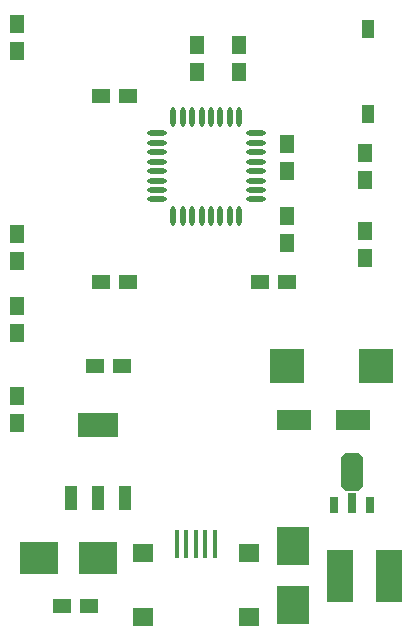
<source format=gtp>
%FSLAX25Y25*%
%MOIN*%
G70*
G01*
G75*
G04 Layer_Color=8421504*
%ADD10R,0.05000X0.06000*%
%ADD11R,0.06000X0.05000*%
%ADD12R,0.04331X0.08465*%
%ADD13R,0.04331X0.08465*%
%ADD14R,0.13780X0.08465*%
%ADD15R,0.08661X0.17716*%
%ADD16R,0.07087X0.06299*%
%ADD17R,0.01575X0.09449*%
%ADD18R,0.03937X0.05906*%
%ADD19R,0.12598X0.11024*%
%ADD20R,0.02756X0.05315*%
%ADD21R,0.02756X0.07087*%
G04:AMPARAMS|DCode=22|XSize=74.8mil|YSize=129.92mil|CornerRadius=0mil|HoleSize=0mil|Usage=FLASHONLY|Rotation=0.000|XOffset=0mil|YOffset=0mil|HoleType=Round|Shape=Octagon|*
%AMOCTAGOND22*
4,1,8,-0.01870,0.06496,0.01870,0.06496,0.03740,0.04626,0.03740,-0.04626,0.01870,-0.06496,-0.01870,-0.06496,-0.03740,-0.04626,-0.03740,0.04626,-0.01870,0.06496,0.0*
%
%ADD22OCTAGOND22*%

%ADD23R,0.11024X0.12598*%
%ADD24R,0.11811X0.11811*%
%ADD25R,0.11811X0.07087*%
%ADD26O,0.01772X0.06496*%
%ADD27O,0.06496X0.01772*%
%ADD28C,0.01969*%
%ADD29C,0.01181*%
%ADD30C,0.01772*%
%ADD31C,0.06000*%
%ADD32R,0.06000X0.06000*%
%ADD33R,0.06000X0.06000*%
%ADD34R,0.05906X0.05906*%
%ADD35C,0.05000*%
%ADD36R,0.05000X0.05000*%
%ADD37C,0.04724*%
%ADD38C,0.03543*%
%ADD39C,0.00984*%
%ADD40C,0.01000*%
%ADD41C,0.02362*%
%ADD42C,0.01200*%
%ADD43C,0.01378*%
%ADD44C,0.00787*%
%ADD45C,0.00394*%
%ADD46C,0.00606*%
%ADD47C,0.00591*%
D10*
X8000Y206000D02*
D03*
Y197000D02*
D03*
X124000Y128000D02*
D03*
Y137000D02*
D03*
X98000Y142000D02*
D03*
Y133000D02*
D03*
X82000Y190000D02*
D03*
Y199000D02*
D03*
X124000Y154000D02*
D03*
Y163000D02*
D03*
X8000Y82000D02*
D03*
Y73000D02*
D03*
X68000Y190000D02*
D03*
Y199000D02*
D03*
X98000Y166000D02*
D03*
Y157000D02*
D03*
X8000Y136000D02*
D03*
Y127000D02*
D03*
Y112000D02*
D03*
Y103000D02*
D03*
D11*
X43000Y92000D02*
D03*
X34000D02*
D03*
X98000Y120000D02*
D03*
X89000D02*
D03*
X23000Y12000D02*
D03*
X32000D02*
D03*
X36000Y120000D02*
D03*
X45000D02*
D03*
X36000Y182000D02*
D03*
X45000D02*
D03*
D12*
X25945Y47795D02*
D03*
X44055D02*
D03*
D13*
X35000D02*
D03*
D14*
Y72205D02*
D03*
D15*
X132000Y22000D02*
D03*
X115465D02*
D03*
D16*
X85216Y8195D02*
D03*
X49784D02*
D03*
Y29455D02*
D03*
X85216D02*
D03*
D17*
X61201Y32605D02*
D03*
X64350D02*
D03*
X67500D02*
D03*
X70650D02*
D03*
X73799D02*
D03*
D18*
X125000Y176000D02*
D03*
Y204346D02*
D03*
D19*
X35000Y28000D02*
D03*
X15315D02*
D03*
D20*
X125406Y45537D02*
D03*
X113594D02*
D03*
D21*
X119500Y46423D02*
D03*
D22*
X119500Y56463D02*
D03*
D23*
X100000Y32000D02*
D03*
Y12315D02*
D03*
D24*
X98000Y92000D02*
D03*
X127528D02*
D03*
D25*
X120000Y74000D02*
D03*
X100315D02*
D03*
D26*
X59976Y175035D02*
D03*
X63126D02*
D03*
X66276D02*
D03*
X69425D02*
D03*
X72575D02*
D03*
X75724D02*
D03*
X78874D02*
D03*
X82024D02*
D03*
Y141965D02*
D03*
X78874D02*
D03*
X75724D02*
D03*
X72575D02*
D03*
X69425D02*
D03*
X66276D02*
D03*
X63126D02*
D03*
X59976D02*
D03*
D27*
X87535Y169524D02*
D03*
Y166374D02*
D03*
Y163224D02*
D03*
Y160075D02*
D03*
Y156925D02*
D03*
Y153776D02*
D03*
Y150626D02*
D03*
Y147476D02*
D03*
X54465D02*
D03*
Y150626D02*
D03*
Y153776D02*
D03*
Y156925D02*
D03*
Y160075D02*
D03*
Y163224D02*
D03*
Y166374D02*
D03*
Y169524D02*
D03*
M02*

</source>
